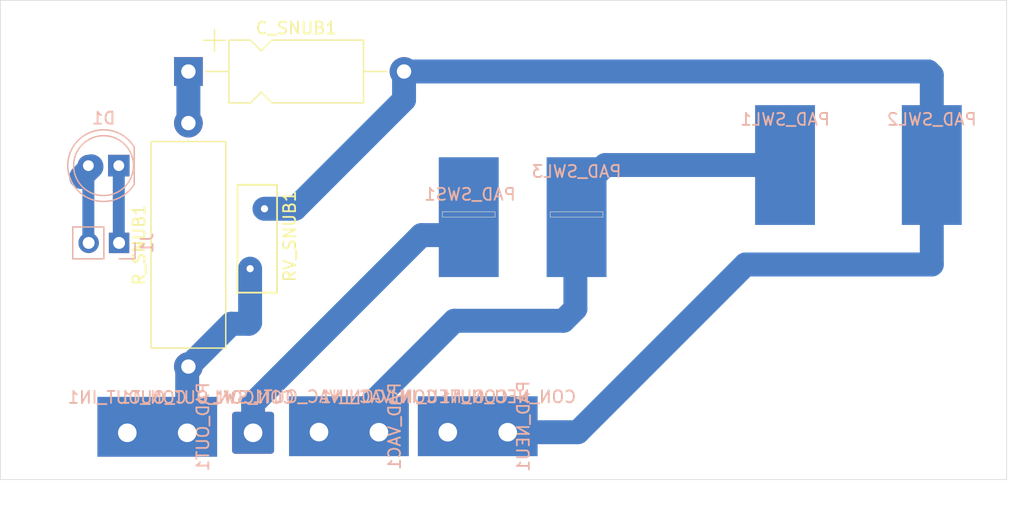
<source format=kicad_pcb>
(kicad_pcb (version 20240108) (generator "pcbnew") (generator_version "8.0")
  (layers (0 "F.Cu" signal) (31 "B.Cu" signal) (34 "B.Paste" user) (35 "F.Paste" user) (36 "B.SilkS" user "B.Silkscreen") (37 "F.SilkS" user "F.Silkscreen") (38 "B.Mask" user) (39 "F.Mask" user) (44 "Edge.Cuts" user))
  (net 0 "")
  (net 1 "NEUT")
  (net 2 "Net-(CON_OUT_IN1-Pin_1)")
  (net 3 "Net-(CON_SW1-Pin_1)")
  (net 4 "VAC")
  (net 5 "Net-(C_SNUB1-Pad1)")
  (net 6 "Net-(D1-A)")
  (net 7 "Net-(D1-K)")
  (footprint "Varistor:RV_Disc_D9mm_W3.3mm_P5mm" (layer "F.Cu") (at 75.35 45.9 90)
    (property "Reference" "RV_SNUB1" (at 2.7 3.3 90) (layer "F.SilkS"))
    (property "Value" "Varistor")
    (fp_line (start 7 -1.05) (end 7 2.25) (stroke (width 0.15)) (layer "F.SilkS"))
    (fp_line (start -2 -1.05) (end 7 -1.05) (stroke (width 0.15)) (layer "F.SilkS"))
    (fp_line (start -2 -1.05) (end -2 2.25) (stroke (width 0.15)) (layer "F.SilkS"))
    (fp_line (start -2 2.25) (end 7 2.25) (stroke (width 0.15)) (layer "F.SilkS"))
    (pad "1" thru_hole circle (at 0 0 90) (size 1.6 1.6) (drill 0.6) (layers "*.Cu" "*.Mask") (net 2 "Net-(CON_OUT_IN1-Pin_1)"))
    (pad "2" thru_hole circle (at 5 1.2 90) (size 1.6 1.6) (drill 0.6) (layers "*.Cu" "*.Mask") (net 1 "NEUT"))
  )
  (footprint "Resistor_THT:R_Axial_DIN0617_L17.0mm_D6.0mm_P20.32mm_Horizontal" (layer "F.Cu") (at 70.2 54.07 90)
    (property "Reference" "R_SNUB1" (at 10.16 -4.12 90) (layer "F.SilkS"))
    (property "Value" "R")
    (fp_line (start 18.78 -3.12) (end 1.54 -3.12) (stroke (width 0.12)) (layer "F.SilkS"))
    (fp_line (start 1.54 -3.12) (end 1.54 3.12) (stroke (width 0.12)) (layer "F.SilkS"))
    (fp_line (start 18.88 0) (end 18.78 0) (stroke (width 0.12)) (layer "F.SilkS"))
    (fp_line (start 1.44 0) (end 1.54 0) (stroke (width 0.12)) (layer "F.SilkS"))
    (fp_line (start 18.78 3.12) (end 18.78 -3.12) (stroke (width 0.12)) (layer "F.SilkS"))
    (fp_line (start 1.54 3.12) (end 18.78 3.12) (stroke (width 0.12)) (layer "F.SilkS"))
    (pad "1" thru_hole circle (at 0 0 90) (size 2.4 2.4) (drill 1.2) (layers "*.Cu" "*.Mask") (net 2 "Net-(CON_OUT_IN1-Pin_1)"))
    (pad "2" thru_hole oval (at 20.32 0 90) (size 2.4 2.4) (drill 1.2) (layers "*.Cu" "*.Mask") (net 5 "Net-(C_SNUB1-Pad1)"))
  )
  (footprint "Capacitor_THT:CP_Axial_L11.0mm_D5.0mm_P18.00mm_Horizontal" (layer "F.Cu") (at 70.2 29.4425)
    (property "Reference" "C_SNUB1" (at 9 -3.62 0) (layer "F.SilkS"))
    (property "Value" "C")
    (fp_line (start 1.28 -2.6) (end 3.08 -2.6) (stroke (width 0.12)) (layer "F.SilkS"))
    (fp_line (start 1.44 0) (end 3.38 0) (stroke (width 0.12)) (layer "F.SilkS"))
    (fp_line (start 2.18 -3.5) (end 2.18 -1.7) (stroke (width 0.12)) (layer "F.SilkS"))
    (fp_line (start 3.38 -2.62) (end 3.38 2.62) (stroke (width 0.12)) (layer "F.SilkS"))
    (fp_line (start 3.38 -2.62) (end 5.18 -2.62) (stroke (width 0.12)) (layer "F.SilkS"))
    (fp_line (start 3.38 2.62) (end 5.18 2.62) (stroke (width 0.12)) (layer "F.SilkS"))
    (fp_line (start 5.18 -2.62) (end 6.08 -1.72) (stroke (width 0.12)) (layer "F.SilkS"))
    (fp_line (start 5.18 2.62) (end 6.08 1.72) (stroke (width 0.12)) (layer "F.SilkS"))
    (fp_line (start 6.08 -1.72) (end 6.98 -2.62) (stroke (width 0.12)) (layer "F.SilkS"))
    (fp_line (start 6.08 1.72) (end 6.98 2.62) (stroke (width 0.12)) (layer "F.SilkS"))
    (fp_line (start 6.98 -2.62) (end 14.62 -2.62) (stroke (width 0.12)) (layer "F.SilkS"))
    (fp_line (start 6.98 2.62) (end 14.62 2.62) (stroke (width 0.12)) (layer "F.SilkS"))
    (fp_line (start 14.62 -2.62) (end 14.62 2.62) (stroke (width 0.12)) (layer "F.SilkS"))
    (fp_line (start 16.56 0) (end 14.62 0) (stroke (width 0.12)) (layer "F.SilkS"))
    (pad "1" thru_hole rect (at 0 0) (size 2.4 2.4) (drill 1.2) (layers "*.Cu" "*.Mask") (net 5 "Net-(C_SNUB1-Pad1)"))
    (pad "2" thru_hole oval (at 18 0) (size 2.4 2.4) (drill 1.2) (layers "*.Cu" "*.Mask") (net 1 "NEUT"))
  )
  (footprint "Connector_Wire:SolderWire-0.75sqmm_1x01_D1.25mm_OD3.5mm" (layer "B.Cu") (at 81.1 59.54 180)
    (property "Reference" "CON_VAC_OUT1" (at 0 2.95 0) (layer "B.SilkS") (effects (justify mirror)))
    (property "Value" "Conn_01x01_Female")
    (pad "1" thru_hole roundrect (at 0 0 180) (size 3.5 3.5) (drill 1.55) (layers "*.Cu" "*.Mask") (roundrect_rratio 0.071429) (net 4 "VAC"))
  )
  (footprint "Connector_Wire:SolderWirePad_1x01_SMD_5x10mm" (layer "B.Cu") (at 67.6 59.1 90)
    (property "Reference" "PAD_OUT1" (at 0 3.81 90) (layer "B.SilkS") (effects (justify mirror)))
    (property "Value" "Conn_01x01_Female")
    (pad "1" smd rect (at 0 0 90) (size 5 10) (layers "B.Cu" "B.Paste" "B.Mask") (net 2 "Net-(CON_OUT_IN1-Pin_1)"))
  )
  (footprint "Connector_Wire:SolderWire-0.75sqmm_1x01_D1.25mm_OD3.5mm" (layer "B.Cu") (at 75.6 59.6 180)
    (property "Reference" "CON_SW1" (at 0 2.95 0) (layer "B.SilkS") (effects (justify mirror)))
    (property "Value" "Conn_01x01_Female")
    (pad "1" thru_hole roundrect (at 0 0 180) (size 3.5 3.5) (drill 1.55) (layers "*.Cu" "*.Mask") (roundrect_rratio 0.071429) (net 3 "Net-(CON_SW1-Pin_1)"))
  )
  (footprint "Connector_Wire:SolderWire-0.75sqmm_1x01_D1.25mm_OD3.5mm" (layer "B.Cu") (at 91.85 59.55 180)
    (property "Reference" "CON_NEU_IN1" (at 0 2.95 0) (layer "B.SilkS") (effects (justify mirror)))
    (property "Value" "Conn_01x01_Female")
    (pad "1" thru_hole roundrect (at 0 0 180) (size 3.5 3.5) (drill 1.55) (layers "*.Cu" "*.Mask") (roundrect_rratio 0.071429) (net 1 "NEUT"))
  )
  (footprint "Connector_PinHeader_2.54mm:PinHeader_1x02_P2.54mm_Vertical" (layer "B.Cu") (at 64.415 43.75 90)
    (property "Reference" "J1" (at 0 2.33 90) (layer "B.SilkS") (effects (justify mirror)))
    (property "Value" "CON_LED")
    (fp_line (start 1.33 -3.87) (end -1.33 -3.87) (stroke (width 0.12)) (layer "B.SilkS"))
    (fp_line (start 1.33 -3.87) (end 1.33 -1.27) (stroke (width 0.12)) (layer "B.SilkS"))
    (fp_line (start -1.33 -3.87) (end -1.33 -1.27) (stroke (width 0.12)) (layer "B.SilkS"))
    (fp_line (start 1.33 -1.27) (end -1.33 -1.27) (stroke (width 0.12)) (layer "B.SilkS"))
    (fp_line (start 0 1.33) (end -1.33 1.33) (stroke (width 0.12)) (layer "B.SilkS"))
    (fp_line (start -1.33 1.33) (end -1.33 0) (stroke (width 0.12)) (layer "B.SilkS"))
    (pad "1" thru_hole rect (at 0 0 90) (size 1.7 1.7) (drill 1) (layers "*.Cu" "*.Mask") (net 7 "Net-(D1-K)"))
    (pad "2" thru_hole oval (at 0 -2.54 90) (size 1.7 1.7) (drill 1) (layers "*.Cu" "*.Mask") (net 6 "Net-(D1-A)"))
  )
  (footprint "LED_THT:LED_D5.0mm" (layer "B.Cu") (at 64.39 37.3 180)
    (property "Reference" "D1" (at 1.27 3.96 0) (layer "B.SilkS") (effects (justify mirror)))
    (property "Value" "LED")
    (fp_line (start -1.29 -1.545) (end -1.29 1.545) (stroke (width 0.12)) (layer "B.SilkS"))
    (fp_arc (start 4.26 -0.000462) (mid 2.072002 2.880433) (end -1.29 1.54483) (stroke (width 0.12)) (layer "B.SilkS"))
    (fp_arc (start -1.29 -1.54483) (mid 2.072002 -2.880433) (end 4.26 0.000462) (stroke (width 0.12)) (layer "B.SilkS"))
    (fp_circle (center 1.27 0) (end 3.77 0) (stroke (width 0.12)) (fill none) (layer "B.SilkS"))
    (pad "1" thru_hole rect (at 0 0 180) (size 1.8 1.8) (drill 0.9) (layers "*.Cu" "*.Mask") (net 7 "Net-(D1-K)"))
    (pad "2" thru_hole circle (at 2.54 0 180) (size 1.8 1.8) (drill 0.9) (layers "*.Cu" "*.Mask") (net 6 "Net-(D1-A)"))
  )
  (footprint "Connector_Wire:SolderWirePad_1x01_SMD_5x10mm" (layer "B.Cu") (at 94.35 59.05 90)
    (property "Reference" "PAD_NEU1" (at 0 3.81 90) (layer "B.SilkS") (effects (justify mirror)))
    (property "Value" "Conn_01x01_Female")
    (pad "1" smd rect (at 0 0 90) (size 5 10) (layers "B.Cu" "B.Paste" "B.Mask") (net 1 "NEUT"))
  )
  (footprint "Connector_Wire:SolderWirePad_1x01_SMD_5x10mm" (layer "B.Cu") (at 102.6 41.6 180)
    (property "Reference" "PAD_SWL3" (at 0 3.81 0) (layer "B.SilkS") (effects (justify mirror)))
    (property "Value" "Conn_01x01_Female")
    (pad "1" smd rect (at 0 0 180) (size 5 10) (layers "B.Cu" "B.Paste" "B.Mask") (net 4 "VAC"))
  )
  (footprint "Connector_Wire:SolderWirePad_1x01_SMD_5x10mm" (layer "B.Cu") (at 93.6 41.6 180)
    (property "Reference" "PAD_SWS1" (at -0.1 1.9 0) (layer "B.SilkS") (effects (justify mirror)))
    (property "Value" "Conn_01x01_Female")
    (pad "1" smd rect (at 0 0 180) (size 5 10) (layers "B.Cu" "B.Paste" "B.Mask") (net 3 "Net-(CON_SW1-Pin_1)"))
  )
  (footprint "Connector_Wire:SolderWire-0.75sqmm_1x01_D1.25mm_OD3.5mm" (layer "B.Cu") (at 70.1 59.6 180)
    (property "Reference" "CON_OUT_OUT1" (at 0 2.95 0) (layer "B.SilkS") (effects (justify mirror)))
    (property "Value" "Conn_01x01_Female")
    (pad "1" thru_hole roundrect (at 0 0 180) (size 3.5 3.5) (drill 1.55) (layers "*.Cu" "*.Mask") (roundrect_rratio 0.071429) (net 2 "Net-(CON_OUT_IN1-Pin_1)"))
  )
  (footprint "Connector_Wire:SolderWirePad_1x01_SMD_5x10mm" (layer "B.Cu") (at 120 37.25 180)
    (property "Reference" "PAD_SWL1" (at 0 3.81 0) (layer "B.SilkS") (effects (justify mirror)))
    (property "Value" "Conn_01x01_Female")
    (pad "1" smd rect (at 0 0 180) (size 5 10) (layers "B.Cu" "B.Paste" "B.Mask") (net 4 "VAC"))
  )
  (footprint "Connector_Wire:SolderWire-0.75sqmm_1x01_D1.25mm_OD3.5mm" (layer "B.Cu") (at 86.1 59.55 180)
    (property "Reference" "CON_VAC_IN1" (at 0 2.95 0) (layer "B.SilkS") (effects (justify mirror)))
    (property "Value" "Conn_01x01_Female")
    (pad "1" thru_hole roundrect (at 0 0 180) (size 3.5 3.5) (drill 1.55) (layers "*.Cu" "*.Mask") (roundrect_rratio 0.071429) (net 4 "VAC"))
  )
  (footprint "Connector_Wire:SolderWirePad_1x01_SMD_5x10mm" (layer "B.Cu") (at 83.6 59.05 90)
    (property "Reference" "PAD_VAC1" (at 0 3.81 90) (layer "B.SilkS") (effects (justify mirror)))
    (property "Value" "Conn_01x01_Female")
    (pad "1" smd rect (at 0 0 90) (size 5 10) (layers "B.Cu" "B.Paste" "B.Mask") (net 4 "VAC"))
  )
  (footprint "Connector_Wire:SolderWire-0.75sqmm_1x01_D1.25mm_OD3.5mm" (layer "B.Cu") (at 65.1 59.6 180)
    (property "Reference" "CON_OUT_IN1" (at 0 2.95 0) (layer "B.SilkS") (effects (justify mirror)))
    (property "Value" "Conn_01x01_Female")
    (pad "1" thru_hole roundrect (at 0 0 180) (size 3.5 3.5) (drill 1.55) (layers "*.Cu" "*.Mask") (roundrect_rratio 0.071429) (net 2 "Net-(CON_OUT_IN1-Pin_1)"))
  )
  (footprint "Connector_Wire:SolderWire-0.75sqmm_1x01_D1.25mm_OD3.5mm" (layer "B.Cu") (at 96.85 59.55 180)
    (property "Reference" "CON_NEU_OUT1" (at 0 2.95 0) (layer "B.SilkS") (effects (justify mirror)))
    (property "Value" "Conn_01x01_Female")
    (pad "1" thru_hole roundrect (at 0 0 180) (size 3.5 3.5) (drill 1.55) (layers "*.Cu" "*.Mask") (roundrect_rratio 0.071429) (net 1 "NEUT"))
  )
  (footprint "Connector_Wire:SolderWirePad_1x01_SMD_5x10mm" (layer "B.Cu") (at 132.25 37.25 180)
    (property "Reference" "PAD_SWL2" (at 0 3.81 0) (layer "B.SilkS") (effects (justify mirror)))
    (property "Value" "Conn_01x01_Female")
    (pad "1" smd rect (at 0 0 180) (size 5 10) (layers "B.Cu" "B.Paste" "B.Mask") (net 1 "NEUT"))
  )
  (gr_rect (start 100.4 41.15) (end 104.8 41.6) (stroke (width 0.05)) (fill none) (layer "Edge.Cuts"))
  (gr_rect (start 91.4 41.15) (end 95.8 41.6) (stroke (width 0.05)) (fill none) (layer "Edge.Cuts"))
  (gr_rect (start 54.5 23.5) (end 138.5 63.5) (stroke (width 0.05)) (fill none) (layer "Edge.Cuts"))
  (segment (start 88.2 31.8) (end 88.2 29.4425) (width 2) (layer "B.Cu") (net 1))
  (segment (start 132.25 29.75) (end 132.25 37.25) (width 2) (layer "B.Cu") (net 1))
  (segment (start 132.25 45.55) (end 132.25 37.25) (width 2) (layer "B.Cu") (net 1))
  (segment (start 131.9425 29.4425) (end 132.25 29.75) (width 2) (layer "B.Cu") (net 1))
  (segment (start 79.1 40.9) (end 88.2 31.8) (width 2) (layer "B.Cu") (net 1))
  (segment (start 76.55 40.9) (end 79.1 40.9) (width 2) (layer "B.Cu") (net 1))
  (segment (start 102.7 59.55) (end 116.7 45.55) (width 2) (layer "B.Cu") (net 1))
  (segment (start 96.85 59.55) (end 102.7 59.55) (width 2) (layer "B.Cu") (net 1))
  (segment (start 88.2 29.4425) (end 131.9425 29.4425) (width 2) (layer "B.Cu") (net 1))
  (segment (start 116.7 45.55) (end 132.25 45.55) (width 2) (layer "B.Cu") (net 1))
  (segment (start 96.85 59.55) (end 91.85 59.55) (width 2) (layer "B.Cu") (net 1))
  (segment (start 73.77 50.5) (end 75.25 50.5) (width 2) (layer "B.Cu") (net 2))
  (segment (start 70.1 59.6) (end 70.1 54.17) (width 2) (layer "B.Cu") (net 2))
  (segment (start 70.2 54.07) (end 73.77 50.5) (width 2) (layer "B.Cu") (net 2))
  (segment (start 70.1 54.17) (end 70.2 54.07) (width 2) (layer "B.Cu") (net 2))
  (segment (start 75.35 50.4) (end 75.35 45.9) (width 2) (layer "B.Cu") (net 2))
  (segment (start 70.1 59.6) (end 65.1 59.6) (width 2) (layer "B.Cu") (net 2))
  (segment (start 75.25 50.5) (end 75.35 50.4) (width 2) (layer "B.Cu") (net 2))
  (segment (start 89.65 43.1) (end 93.6 43.1) (width 2) (layer "B.Cu") (net 3))
  (segment (start 75.6 57.15) (end 89.65 43.1) (width 2) (layer "B.Cu") (net 3))
  (segment (start 75.6 59.6) (end 75.6 57.15) (width 2) (layer "B.Cu") (net 3))
  (segment (start 83.6 59.05) (end 92.4 50.25) (width 2) (layer "B.Cu") (net 4))
  (segment (start 86.1 59.55) (end 81.11 59.55) (width 2) (layer "B.Cu") (net 4))
  (segment (start 81.11 59.55) (end 81.1 59.54) (width 2) (layer "B.Cu") (net 4))
  (segment (start 102.5 43.1) (end 102.6 43.1) (width 2) (layer "B.Cu") (net 4))
  (segment (start 102.5 49.25) (end 102.5 43.1) (width 2) (layer "B.Cu") (net 4))
  (segment (start 92.4 50.25) (end 101.5 50.25) (width 2) (layer "B.Cu") (net 4))
  (segment (start 101.5 50.25) (end 102.5 49.25) (width 2) (layer "B.Cu") (net 4))
  (segment (start 105 37.25) (end 102.6 39.65) (width 2) (layer "B.Cu") (net 4))
  (segment (start 120 37.25) (end 105 37.25) (width 2) (layer "B.Cu") (net 4))
  (segment (start 70.2 29.4425) (end 70.2 33.75) (width 2) (layer "B.Cu") (net 5))
  (segment (start 61.85 37.3) (end 61.85 43.725) (width 1) (layer "B.Cu") (net 6))
  (segment (start 61.250266 38.25) (end 62.100265 37.400001) (width 2) (layer "B.Cu") (net 6))
  (segment (start 62.100265 37.400001) (end 62.101596 37.35525) (width 2) (layer "B.Cu") (net 6))
  (segment (start 64.39 37.3) (end 64.39 43.725) (width 1) (layer "B.Cu") (net 7))
)
</source>
